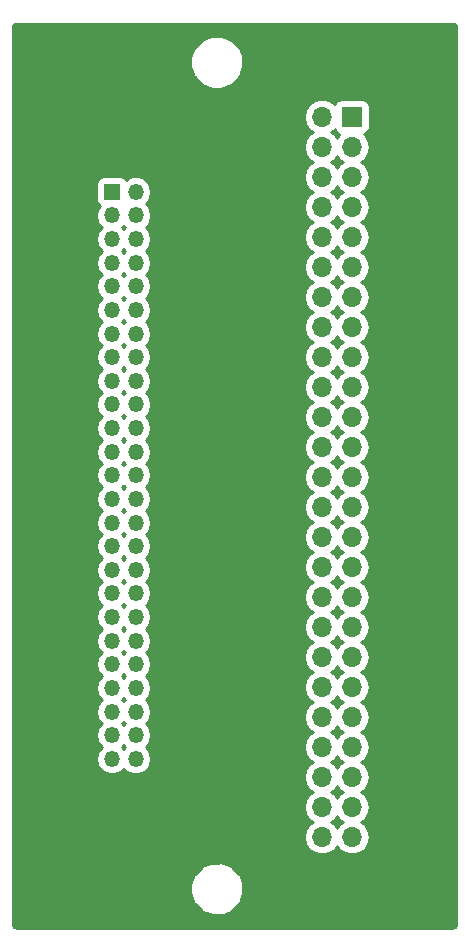
<source format=gbr>
G04 #@! TF.GenerationSoftware,KiCad,Pcbnew,(5.0.0)*
G04 #@! TF.CreationDate,2019-10-17T23:20:27+01:00*
G04 #@! TF.ProjectId,dataVideo_interface,64617461566964656F5F696E74657266,rev?*
G04 #@! TF.SameCoordinates,Original*
G04 #@! TF.FileFunction,Copper,L2,Bot,Signal*
G04 #@! TF.FilePolarity,Positive*
%FSLAX46Y46*%
G04 Gerber Fmt 4.6, Leading zero omitted, Abs format (unit mm)*
G04 Created by KiCad (PCBNEW (5.0.0)) date 10/17/19 23:20:27*
%MOMM*%
%LPD*%
G01*
G04 APERTURE LIST*
G04 #@! TA.AperFunction,ComponentPad*
%ADD10R,1.350000X1.350000*%
G04 #@! TD*
G04 #@! TA.AperFunction,ComponentPad*
%ADD11O,1.350000X1.350000*%
G04 #@! TD*
G04 #@! TA.AperFunction,ComponentPad*
%ADD12R,1.700000X1.700000*%
G04 #@! TD*
G04 #@! TA.AperFunction,ComponentPad*
%ADD13O,1.700000X1.700000*%
G04 #@! TD*
G04 #@! TA.AperFunction,NonConductor*
%ADD14C,0.254000*%
G04 #@! TD*
G04 APERTURE END LIST*
D10*
G04 #@! TO.P,J1,1*
G04 #@! TO.N,1*
X118110000Y-93980000D03*
D11*
G04 #@! TO.P,J1,2*
G04 #@! TO.N,2*
X120110000Y-93980000D03*
G04 #@! TO.P,J1,3*
G04 #@! TO.N,3*
X118110000Y-95980000D03*
G04 #@! TO.P,J1,4*
G04 #@! TO.N,4*
X120110000Y-95980000D03*
G04 #@! TO.P,J1,5*
G04 #@! TO.N,5*
X118110000Y-97980000D03*
G04 #@! TO.P,J1,6*
G04 #@! TO.N,6*
X120110000Y-97980000D03*
G04 #@! TO.P,J1,7*
G04 #@! TO.N,7*
X118110000Y-99980000D03*
G04 #@! TO.P,J1,8*
G04 #@! TO.N,8*
X120110000Y-99980000D03*
G04 #@! TO.P,J1,9*
G04 #@! TO.N,9*
X118110000Y-101980000D03*
G04 #@! TO.P,J1,10*
G04 #@! TO.N,10*
X120110000Y-101980000D03*
G04 #@! TO.P,J1,11*
G04 #@! TO.N,11*
X118110000Y-103980000D03*
G04 #@! TO.P,J1,12*
G04 #@! TO.N,12*
X120110000Y-103980000D03*
G04 #@! TO.P,J1,13*
G04 #@! TO.N,13*
X118110000Y-105980000D03*
G04 #@! TO.P,J1,14*
G04 #@! TO.N,14*
X120110000Y-105980000D03*
G04 #@! TO.P,J1,15*
G04 #@! TO.N,15*
X118110000Y-107980000D03*
G04 #@! TO.P,J1,16*
G04 #@! TO.N,16*
X120110000Y-107980000D03*
G04 #@! TO.P,J1,17*
G04 #@! TO.N,17*
X118110000Y-109980000D03*
G04 #@! TO.P,J1,18*
G04 #@! TO.N,18*
X120110000Y-109980000D03*
G04 #@! TO.P,J1,19*
G04 #@! TO.N,19*
X118110000Y-111980000D03*
G04 #@! TO.P,J1,20*
G04 #@! TO.N,20*
X120110000Y-111980000D03*
G04 #@! TO.P,J1,21*
G04 #@! TO.N,21*
X118110000Y-113980000D03*
G04 #@! TO.P,J1,22*
G04 #@! TO.N,22*
X120110000Y-113980000D03*
G04 #@! TO.P,J1,23*
G04 #@! TO.N,23*
X118110000Y-115980000D03*
G04 #@! TO.P,J1,24*
G04 #@! TO.N,24*
X120110000Y-115980000D03*
G04 #@! TO.P,J1,25*
G04 #@! TO.N,25*
X118110000Y-117980000D03*
G04 #@! TO.P,J1,26*
G04 #@! TO.N,26*
X120110000Y-117980000D03*
G04 #@! TO.P,J1,27*
G04 #@! TO.N,27*
X118110000Y-119980000D03*
G04 #@! TO.P,J1,28*
G04 #@! TO.N,28*
X120110000Y-119980000D03*
G04 #@! TO.P,J1,29*
G04 #@! TO.N,29*
X118110000Y-121980000D03*
G04 #@! TO.P,J1,30*
G04 #@! TO.N,30*
X120110000Y-121980000D03*
G04 #@! TO.P,J1,31*
G04 #@! TO.N,31*
X118110000Y-123980000D03*
G04 #@! TO.P,J1,32*
G04 #@! TO.N,32*
X120110000Y-123980000D03*
G04 #@! TO.P,J1,33*
G04 #@! TO.N,33*
X118110000Y-125980000D03*
G04 #@! TO.P,J1,34*
G04 #@! TO.N,34*
X120110000Y-125980000D03*
G04 #@! TO.P,J1,35*
G04 #@! TO.N,35*
X118110000Y-127980000D03*
G04 #@! TO.P,J1,36*
G04 #@! TO.N,36*
X120110000Y-127980000D03*
G04 #@! TO.P,J1,37*
G04 #@! TO.N,37*
X118110000Y-129980000D03*
G04 #@! TO.P,J1,38*
G04 #@! TO.N,38*
X120110000Y-129980000D03*
G04 #@! TO.P,J1,39*
G04 #@! TO.N,39*
X118110000Y-131980000D03*
G04 #@! TO.P,J1,40*
G04 #@! TO.N,40*
X120110000Y-131980000D03*
G04 #@! TO.P,J1,41*
G04 #@! TO.N,41*
X118110000Y-133980000D03*
G04 #@! TO.P,J1,42*
G04 #@! TO.N,42*
X120110000Y-133980000D03*
G04 #@! TO.P,J1,43*
G04 #@! TO.N,43*
X118110000Y-135980000D03*
G04 #@! TO.P,J1,44*
G04 #@! TO.N,44*
X120110000Y-135980000D03*
G04 #@! TO.P,J1,45*
G04 #@! TO.N,45*
X118110000Y-137980000D03*
G04 #@! TO.P,J1,46*
G04 #@! TO.N,46*
X120110000Y-137980000D03*
G04 #@! TO.P,J1,47*
G04 #@! TO.N,47*
X118110000Y-139980000D03*
G04 #@! TO.P,J1,48*
G04 #@! TO.N,48*
X120110000Y-139980000D03*
G04 #@! TO.P,J1,49*
G04 #@! TO.N,49*
X118110000Y-141980000D03*
G04 #@! TO.P,J1,50*
G04 #@! TO.N,50*
X120110000Y-141980000D03*
G04 #@! TD*
D12*
G04 #@! TO.P,J2,1*
G04 #@! TO.N,1*
X138430000Y-87630000D03*
D13*
G04 #@! TO.P,J2,2*
G04 #@! TO.N,2*
X135890000Y-87630000D03*
G04 #@! TO.P,J2,3*
G04 #@! TO.N,3*
X138430000Y-90170000D03*
G04 #@! TO.P,J2,4*
G04 #@! TO.N,4*
X135890000Y-90170000D03*
G04 #@! TO.P,J2,5*
G04 #@! TO.N,5*
X138430000Y-92710000D03*
G04 #@! TO.P,J2,6*
G04 #@! TO.N,6*
X135890000Y-92710000D03*
G04 #@! TO.P,J2,7*
G04 #@! TO.N,7*
X138430000Y-95250000D03*
G04 #@! TO.P,J2,8*
G04 #@! TO.N,8*
X135890000Y-95250000D03*
G04 #@! TO.P,J2,9*
G04 #@! TO.N,9*
X138430000Y-97790000D03*
G04 #@! TO.P,J2,10*
G04 #@! TO.N,10*
X135890000Y-97790000D03*
G04 #@! TO.P,J2,11*
G04 #@! TO.N,11*
X138430000Y-100330000D03*
G04 #@! TO.P,J2,12*
G04 #@! TO.N,12*
X135890000Y-100330000D03*
G04 #@! TO.P,J2,13*
G04 #@! TO.N,13*
X138430000Y-102870000D03*
G04 #@! TO.P,J2,14*
G04 #@! TO.N,14*
X135890000Y-102870000D03*
G04 #@! TO.P,J2,15*
G04 #@! TO.N,15*
X138430000Y-105410000D03*
G04 #@! TO.P,J2,16*
G04 #@! TO.N,16*
X135890000Y-105410000D03*
G04 #@! TO.P,J2,17*
G04 #@! TO.N,17*
X138430000Y-107950000D03*
G04 #@! TO.P,J2,18*
G04 #@! TO.N,18*
X135890000Y-107950000D03*
G04 #@! TO.P,J2,19*
G04 #@! TO.N,19*
X138430000Y-110490000D03*
G04 #@! TO.P,J2,20*
G04 #@! TO.N,20*
X135890000Y-110490000D03*
G04 #@! TO.P,J2,21*
G04 #@! TO.N,21*
X138430000Y-113030000D03*
G04 #@! TO.P,J2,22*
G04 #@! TO.N,22*
X135890000Y-113030000D03*
G04 #@! TO.P,J2,23*
G04 #@! TO.N,23*
X138430000Y-115570000D03*
G04 #@! TO.P,J2,24*
G04 #@! TO.N,24*
X135890000Y-115570000D03*
G04 #@! TO.P,J2,25*
G04 #@! TO.N,25*
X138430000Y-118110000D03*
G04 #@! TO.P,J2,26*
G04 #@! TO.N,26*
X135890000Y-118110000D03*
G04 #@! TO.P,J2,27*
G04 #@! TO.N,27*
X138430000Y-120650000D03*
G04 #@! TO.P,J2,28*
G04 #@! TO.N,28*
X135890000Y-120650000D03*
G04 #@! TO.P,J2,29*
G04 #@! TO.N,29*
X138430000Y-123190000D03*
G04 #@! TO.P,J2,30*
G04 #@! TO.N,30*
X135890000Y-123190000D03*
G04 #@! TO.P,J2,31*
G04 #@! TO.N,31*
X138430000Y-125730000D03*
G04 #@! TO.P,J2,32*
G04 #@! TO.N,32*
X135890000Y-125730000D03*
G04 #@! TO.P,J2,33*
G04 #@! TO.N,33*
X138430000Y-128270000D03*
G04 #@! TO.P,J2,34*
G04 #@! TO.N,34*
X135890000Y-128270000D03*
G04 #@! TO.P,J2,35*
G04 #@! TO.N,35*
X138430000Y-130810000D03*
G04 #@! TO.P,J2,36*
G04 #@! TO.N,36*
X135890000Y-130810000D03*
G04 #@! TO.P,J2,37*
G04 #@! TO.N,37*
X138430000Y-133350000D03*
G04 #@! TO.P,J2,38*
G04 #@! TO.N,38*
X135890000Y-133350000D03*
G04 #@! TO.P,J2,39*
G04 #@! TO.N,39*
X138430000Y-135890000D03*
G04 #@! TO.P,J2,40*
G04 #@! TO.N,40*
X135890000Y-135890000D03*
G04 #@! TO.P,J2,41*
G04 #@! TO.N,41*
X138430000Y-138430000D03*
G04 #@! TO.P,J2,42*
G04 #@! TO.N,42*
X135890000Y-138430000D03*
G04 #@! TO.P,J2,43*
G04 #@! TO.N,43*
X138430000Y-140970000D03*
G04 #@! TO.P,J2,44*
G04 #@! TO.N,44*
X135890000Y-140970000D03*
G04 #@! TO.P,J2,45*
G04 #@! TO.N,45*
X138430000Y-143510000D03*
G04 #@! TO.P,J2,46*
G04 #@! TO.N,46*
X135890000Y-143510000D03*
G04 #@! TO.P,J2,47*
G04 #@! TO.N,47*
X138430000Y-146050000D03*
G04 #@! TO.P,J2,48*
G04 #@! TO.N,48*
X135890000Y-146050000D03*
G04 #@! TO.P,J2,49*
G04 #@! TO.N,49*
X138430000Y-148590000D03*
G04 #@! TO.P,J2,50*
G04 #@! TO.N,50*
X135890000Y-148590000D03*
G04 #@! TD*
D14*
G36*
X147105655Y-79744926D02*
X147195225Y-79804774D01*
X147255074Y-79894345D01*
X147265000Y-79944246D01*
X147265001Y-156055749D01*
X147255074Y-156105655D01*
X147195225Y-156195226D01*
X147105655Y-156255074D01*
X146930070Y-156290000D01*
X110069930Y-156290000D01*
X109894345Y-156255074D01*
X109804774Y-156195225D01*
X109744926Y-156105655D01*
X109710000Y-155930070D01*
X109710000Y-152592346D01*
X124757974Y-152592346D01*
X124765000Y-153018390D01*
X124765000Y-153444569D01*
X124772320Y-153462240D01*
X124772635Y-153481363D01*
X125084640Y-154234610D01*
X125094347Y-154239682D01*
X125105259Y-154266026D01*
X125733974Y-154894741D01*
X125760318Y-154905653D01*
X125765390Y-154915360D01*
X126161708Y-155071914D01*
X126555431Y-155235000D01*
X126574560Y-155235000D01*
X126592346Y-155242026D01*
X127018390Y-155235000D01*
X127444569Y-155235000D01*
X127462240Y-155227680D01*
X127481363Y-155227365D01*
X128234610Y-154915360D01*
X128239682Y-154905653D01*
X128266026Y-154894741D01*
X128894741Y-154266026D01*
X128905653Y-154239682D01*
X128915360Y-154234610D01*
X129071914Y-153838292D01*
X129235000Y-153444569D01*
X129235000Y-153425440D01*
X129242026Y-153407654D01*
X129235000Y-152981610D01*
X129235000Y-152555431D01*
X129227680Y-152537760D01*
X129227365Y-152518637D01*
X128915360Y-151765390D01*
X128905653Y-151760318D01*
X128894741Y-151733974D01*
X128266026Y-151105259D01*
X128239682Y-151094347D01*
X128234610Y-151084640D01*
X127838292Y-150928086D01*
X127444569Y-150765000D01*
X127425440Y-150765000D01*
X127407654Y-150757974D01*
X126981610Y-150765000D01*
X126555431Y-150765000D01*
X126537760Y-150772320D01*
X126518637Y-150772635D01*
X125765390Y-151084640D01*
X125760318Y-151094347D01*
X125733974Y-151105259D01*
X125105259Y-151733974D01*
X125094347Y-151760318D01*
X125084640Y-151765390D01*
X124928086Y-152161708D01*
X124765000Y-152555431D01*
X124765000Y-152574560D01*
X124757974Y-152592346D01*
X109710000Y-152592346D01*
X109710000Y-95980000D01*
X116774336Y-95980000D01*
X116876007Y-96491136D01*
X117165543Y-96924457D01*
X117248669Y-96980000D01*
X117165543Y-97035543D01*
X116876007Y-97468864D01*
X116774336Y-97980000D01*
X116876007Y-98491136D01*
X117165543Y-98924457D01*
X117248669Y-98980000D01*
X117165543Y-99035543D01*
X116876007Y-99468864D01*
X116774336Y-99980000D01*
X116876007Y-100491136D01*
X117165543Y-100924457D01*
X117248669Y-100980000D01*
X117165543Y-101035543D01*
X116876007Y-101468864D01*
X116774336Y-101980000D01*
X116876007Y-102491136D01*
X117165543Y-102924457D01*
X117248669Y-102980000D01*
X117165543Y-103035543D01*
X116876007Y-103468864D01*
X116774336Y-103980000D01*
X116876007Y-104491136D01*
X117165543Y-104924457D01*
X117248669Y-104980000D01*
X117165543Y-105035543D01*
X116876007Y-105468864D01*
X116774336Y-105980000D01*
X116876007Y-106491136D01*
X117165543Y-106924457D01*
X117248669Y-106980000D01*
X117165543Y-107035543D01*
X116876007Y-107468864D01*
X116774336Y-107980000D01*
X116876007Y-108491136D01*
X117165543Y-108924457D01*
X117248669Y-108980000D01*
X117165543Y-109035543D01*
X116876007Y-109468864D01*
X116774336Y-109980000D01*
X116876007Y-110491136D01*
X117165543Y-110924457D01*
X117248669Y-110980000D01*
X117165543Y-111035543D01*
X116876007Y-111468864D01*
X116774336Y-111980000D01*
X116876007Y-112491136D01*
X117165543Y-112924457D01*
X117248669Y-112980000D01*
X117165543Y-113035543D01*
X116876007Y-113468864D01*
X116774336Y-113980000D01*
X116876007Y-114491136D01*
X117165543Y-114924457D01*
X117248669Y-114980000D01*
X117165543Y-115035543D01*
X116876007Y-115468864D01*
X116774336Y-115980000D01*
X116876007Y-116491136D01*
X117165543Y-116924457D01*
X117248669Y-116980000D01*
X117165543Y-117035543D01*
X116876007Y-117468864D01*
X116774336Y-117980000D01*
X116876007Y-118491136D01*
X117165543Y-118924457D01*
X117248669Y-118980000D01*
X117165543Y-119035543D01*
X116876007Y-119468864D01*
X116774336Y-119980000D01*
X116876007Y-120491136D01*
X117165543Y-120924457D01*
X117248669Y-120980000D01*
X117165543Y-121035543D01*
X116876007Y-121468864D01*
X116774336Y-121980000D01*
X116876007Y-122491136D01*
X117165543Y-122924457D01*
X117248669Y-122980000D01*
X117165543Y-123035543D01*
X116876007Y-123468864D01*
X116774336Y-123980000D01*
X116876007Y-124491136D01*
X117165543Y-124924457D01*
X117248669Y-124980000D01*
X117165543Y-125035543D01*
X116876007Y-125468864D01*
X116774336Y-125980000D01*
X116876007Y-126491136D01*
X117165543Y-126924457D01*
X117248669Y-126980000D01*
X117165543Y-127035543D01*
X116876007Y-127468864D01*
X116774336Y-127980000D01*
X116876007Y-128491136D01*
X117165543Y-128924457D01*
X117248669Y-128980000D01*
X117165543Y-129035543D01*
X116876007Y-129468864D01*
X116774336Y-129980000D01*
X116876007Y-130491136D01*
X117165543Y-130924457D01*
X117248669Y-130980000D01*
X117165543Y-131035543D01*
X116876007Y-131468864D01*
X116774336Y-131980000D01*
X116876007Y-132491136D01*
X117165543Y-132924457D01*
X117248669Y-132980000D01*
X117165543Y-133035543D01*
X116876007Y-133468864D01*
X116774336Y-133980000D01*
X116876007Y-134491136D01*
X117165543Y-134924457D01*
X117248669Y-134980000D01*
X117165543Y-135035543D01*
X116876007Y-135468864D01*
X116774336Y-135980000D01*
X116876007Y-136491136D01*
X117165543Y-136924457D01*
X117248669Y-136980000D01*
X117165543Y-137035543D01*
X116876007Y-137468864D01*
X116774336Y-137980000D01*
X116876007Y-138491136D01*
X117165543Y-138924457D01*
X117248669Y-138980000D01*
X117165543Y-139035543D01*
X116876007Y-139468864D01*
X116774336Y-139980000D01*
X116876007Y-140491136D01*
X117165543Y-140924457D01*
X117248669Y-140980000D01*
X117165543Y-141035543D01*
X116876007Y-141468864D01*
X116774336Y-141980000D01*
X116876007Y-142491136D01*
X117165543Y-142924457D01*
X117598864Y-143213993D01*
X117980978Y-143290000D01*
X118239022Y-143290000D01*
X118621136Y-143213993D01*
X119054457Y-142924457D01*
X119110000Y-142841331D01*
X119165543Y-142924457D01*
X119598864Y-143213993D01*
X119980978Y-143290000D01*
X120239022Y-143290000D01*
X120621136Y-143213993D01*
X121054457Y-142924457D01*
X121343993Y-142491136D01*
X121445664Y-141980000D01*
X121343993Y-141468864D01*
X121054457Y-141035543D01*
X120971331Y-140980000D01*
X121054457Y-140924457D01*
X121343993Y-140491136D01*
X121445664Y-139980000D01*
X121343993Y-139468864D01*
X121054457Y-139035543D01*
X120971331Y-138980000D01*
X121054457Y-138924457D01*
X121343993Y-138491136D01*
X121445664Y-137980000D01*
X121343993Y-137468864D01*
X121054457Y-137035543D01*
X120971331Y-136980000D01*
X121054457Y-136924457D01*
X121343993Y-136491136D01*
X121445664Y-135980000D01*
X121343993Y-135468864D01*
X121054457Y-135035543D01*
X120971331Y-134980000D01*
X121054457Y-134924457D01*
X121343993Y-134491136D01*
X121445664Y-133980000D01*
X121343993Y-133468864D01*
X121054457Y-133035543D01*
X120971331Y-132980000D01*
X121054457Y-132924457D01*
X121343993Y-132491136D01*
X121445664Y-131980000D01*
X121343993Y-131468864D01*
X121054457Y-131035543D01*
X120971331Y-130980000D01*
X121054457Y-130924457D01*
X121343993Y-130491136D01*
X121445664Y-129980000D01*
X121343993Y-129468864D01*
X121054457Y-129035543D01*
X120971331Y-128980000D01*
X121054457Y-128924457D01*
X121343993Y-128491136D01*
X121445664Y-127980000D01*
X121343993Y-127468864D01*
X121054457Y-127035543D01*
X120971331Y-126980000D01*
X121054457Y-126924457D01*
X121343993Y-126491136D01*
X121445664Y-125980000D01*
X121343993Y-125468864D01*
X121054457Y-125035543D01*
X120971331Y-124980000D01*
X121054457Y-124924457D01*
X121343993Y-124491136D01*
X121445664Y-123980000D01*
X121343993Y-123468864D01*
X121054457Y-123035543D01*
X120971331Y-122980000D01*
X121054457Y-122924457D01*
X121343993Y-122491136D01*
X121445664Y-121980000D01*
X121343993Y-121468864D01*
X121054457Y-121035543D01*
X120971331Y-120980000D01*
X121054457Y-120924457D01*
X121343993Y-120491136D01*
X121445664Y-119980000D01*
X121343993Y-119468864D01*
X121054457Y-119035543D01*
X120971331Y-118980000D01*
X121054457Y-118924457D01*
X121343993Y-118491136D01*
X121445664Y-117980000D01*
X121343993Y-117468864D01*
X121054457Y-117035543D01*
X120971331Y-116980000D01*
X121054457Y-116924457D01*
X121343993Y-116491136D01*
X121445664Y-115980000D01*
X121343993Y-115468864D01*
X121054457Y-115035543D01*
X120971331Y-114980000D01*
X121054457Y-114924457D01*
X121343993Y-114491136D01*
X121445664Y-113980000D01*
X121343993Y-113468864D01*
X121054457Y-113035543D01*
X120971331Y-112980000D01*
X121054457Y-112924457D01*
X121343993Y-112491136D01*
X121445664Y-111980000D01*
X121343993Y-111468864D01*
X121054457Y-111035543D01*
X120971331Y-110980000D01*
X121054457Y-110924457D01*
X121343993Y-110491136D01*
X121445664Y-109980000D01*
X121343993Y-109468864D01*
X121054457Y-109035543D01*
X120971331Y-108980000D01*
X121054457Y-108924457D01*
X121343993Y-108491136D01*
X121445664Y-107980000D01*
X121343993Y-107468864D01*
X121054457Y-107035543D01*
X120971331Y-106980000D01*
X121054457Y-106924457D01*
X121343993Y-106491136D01*
X121445664Y-105980000D01*
X121343993Y-105468864D01*
X121054457Y-105035543D01*
X120971331Y-104980000D01*
X121054457Y-104924457D01*
X121343993Y-104491136D01*
X121445664Y-103980000D01*
X121343993Y-103468864D01*
X121054457Y-103035543D01*
X120971331Y-102980000D01*
X121054457Y-102924457D01*
X121343993Y-102491136D01*
X121445664Y-101980000D01*
X121343993Y-101468864D01*
X121054457Y-101035543D01*
X120971331Y-100980000D01*
X121054457Y-100924457D01*
X121343993Y-100491136D01*
X121445664Y-99980000D01*
X121343993Y-99468864D01*
X121054457Y-99035543D01*
X120971331Y-98980000D01*
X121054457Y-98924457D01*
X121343993Y-98491136D01*
X121445664Y-97980000D01*
X121343993Y-97468864D01*
X121054457Y-97035543D01*
X120971331Y-96980000D01*
X121054457Y-96924457D01*
X121343993Y-96491136D01*
X121445664Y-95980000D01*
X121343993Y-95468864D01*
X121054457Y-95035543D01*
X120971331Y-94980000D01*
X121054457Y-94924457D01*
X121343993Y-94491136D01*
X121445664Y-93980000D01*
X121343993Y-93468864D01*
X121054457Y-93035543D01*
X120621136Y-92746007D01*
X120239022Y-92670000D01*
X119980978Y-92670000D01*
X119598864Y-92746007D01*
X119305968Y-92941714D01*
X119242809Y-92847191D01*
X119032765Y-92706843D01*
X118785000Y-92657560D01*
X117435000Y-92657560D01*
X117187235Y-92706843D01*
X116977191Y-92847191D01*
X116836843Y-93057235D01*
X116787560Y-93305000D01*
X116787560Y-94655000D01*
X116836843Y-94902765D01*
X116977191Y-95112809D01*
X117071714Y-95175968D01*
X116876007Y-95468864D01*
X116774336Y-95980000D01*
X109710000Y-95980000D01*
X109710000Y-87630000D01*
X134375908Y-87630000D01*
X134491161Y-88209418D01*
X134819375Y-88700625D01*
X135117761Y-88900000D01*
X134819375Y-89099375D01*
X134491161Y-89590582D01*
X134375908Y-90170000D01*
X134491161Y-90749418D01*
X134819375Y-91240625D01*
X135117761Y-91440000D01*
X134819375Y-91639375D01*
X134491161Y-92130582D01*
X134375908Y-92710000D01*
X134491161Y-93289418D01*
X134819375Y-93780625D01*
X135117761Y-93980000D01*
X134819375Y-94179375D01*
X134491161Y-94670582D01*
X134375908Y-95250000D01*
X134491161Y-95829418D01*
X134819375Y-96320625D01*
X135117761Y-96520000D01*
X134819375Y-96719375D01*
X134491161Y-97210582D01*
X134375908Y-97790000D01*
X134491161Y-98369418D01*
X134819375Y-98860625D01*
X135117761Y-99060000D01*
X134819375Y-99259375D01*
X134491161Y-99750582D01*
X134375908Y-100330000D01*
X134491161Y-100909418D01*
X134819375Y-101400625D01*
X135117761Y-101600000D01*
X134819375Y-101799375D01*
X134491161Y-102290582D01*
X134375908Y-102870000D01*
X134491161Y-103449418D01*
X134819375Y-103940625D01*
X135117761Y-104140000D01*
X134819375Y-104339375D01*
X134491161Y-104830582D01*
X134375908Y-105410000D01*
X134491161Y-105989418D01*
X134819375Y-106480625D01*
X135117761Y-106680000D01*
X134819375Y-106879375D01*
X134491161Y-107370582D01*
X134375908Y-107950000D01*
X134491161Y-108529418D01*
X134819375Y-109020625D01*
X135117761Y-109220000D01*
X134819375Y-109419375D01*
X134491161Y-109910582D01*
X134375908Y-110490000D01*
X134491161Y-111069418D01*
X134819375Y-111560625D01*
X135117761Y-111760000D01*
X134819375Y-111959375D01*
X134491161Y-112450582D01*
X134375908Y-113030000D01*
X134491161Y-113609418D01*
X134819375Y-114100625D01*
X135117761Y-114300000D01*
X134819375Y-114499375D01*
X134491161Y-114990582D01*
X134375908Y-115570000D01*
X134491161Y-116149418D01*
X134819375Y-116640625D01*
X135117761Y-116840000D01*
X134819375Y-117039375D01*
X134491161Y-117530582D01*
X134375908Y-118110000D01*
X134491161Y-118689418D01*
X134819375Y-119180625D01*
X135117761Y-119380000D01*
X134819375Y-119579375D01*
X134491161Y-120070582D01*
X134375908Y-120650000D01*
X134491161Y-121229418D01*
X134819375Y-121720625D01*
X135117761Y-121920000D01*
X134819375Y-122119375D01*
X134491161Y-122610582D01*
X134375908Y-123190000D01*
X134491161Y-123769418D01*
X134819375Y-124260625D01*
X135117761Y-124460000D01*
X134819375Y-124659375D01*
X134491161Y-125150582D01*
X134375908Y-125730000D01*
X134491161Y-126309418D01*
X134819375Y-126800625D01*
X135117761Y-127000000D01*
X134819375Y-127199375D01*
X134491161Y-127690582D01*
X134375908Y-128270000D01*
X134491161Y-128849418D01*
X134819375Y-129340625D01*
X135117761Y-129540000D01*
X134819375Y-129739375D01*
X134491161Y-130230582D01*
X134375908Y-130810000D01*
X134491161Y-131389418D01*
X134819375Y-131880625D01*
X135117761Y-132080000D01*
X134819375Y-132279375D01*
X134491161Y-132770582D01*
X134375908Y-133350000D01*
X134491161Y-133929418D01*
X134819375Y-134420625D01*
X135117761Y-134620000D01*
X134819375Y-134819375D01*
X134491161Y-135310582D01*
X134375908Y-135890000D01*
X134491161Y-136469418D01*
X134819375Y-136960625D01*
X135117761Y-137160000D01*
X134819375Y-137359375D01*
X134491161Y-137850582D01*
X134375908Y-138430000D01*
X134491161Y-139009418D01*
X134819375Y-139500625D01*
X135117761Y-139700000D01*
X134819375Y-139899375D01*
X134491161Y-140390582D01*
X134375908Y-140970000D01*
X134491161Y-141549418D01*
X134819375Y-142040625D01*
X135117761Y-142240000D01*
X134819375Y-142439375D01*
X134491161Y-142930582D01*
X134375908Y-143510000D01*
X134491161Y-144089418D01*
X134819375Y-144580625D01*
X135117761Y-144780000D01*
X134819375Y-144979375D01*
X134491161Y-145470582D01*
X134375908Y-146050000D01*
X134491161Y-146629418D01*
X134819375Y-147120625D01*
X135117761Y-147320000D01*
X134819375Y-147519375D01*
X134491161Y-148010582D01*
X134375908Y-148590000D01*
X134491161Y-149169418D01*
X134819375Y-149660625D01*
X135310582Y-149988839D01*
X135743744Y-150075000D01*
X136036256Y-150075000D01*
X136469418Y-149988839D01*
X136960625Y-149660625D01*
X137160000Y-149362239D01*
X137359375Y-149660625D01*
X137850582Y-149988839D01*
X138283744Y-150075000D01*
X138576256Y-150075000D01*
X139009418Y-149988839D01*
X139500625Y-149660625D01*
X139828839Y-149169418D01*
X139944092Y-148590000D01*
X139828839Y-148010582D01*
X139500625Y-147519375D01*
X139202239Y-147320000D01*
X139500625Y-147120625D01*
X139828839Y-146629418D01*
X139944092Y-146050000D01*
X139828839Y-145470582D01*
X139500625Y-144979375D01*
X139202239Y-144780000D01*
X139500625Y-144580625D01*
X139828839Y-144089418D01*
X139944092Y-143510000D01*
X139828839Y-142930582D01*
X139500625Y-142439375D01*
X139202239Y-142240000D01*
X139500625Y-142040625D01*
X139828839Y-141549418D01*
X139944092Y-140970000D01*
X139828839Y-140390582D01*
X139500625Y-139899375D01*
X139202239Y-139700000D01*
X139500625Y-139500625D01*
X139828839Y-139009418D01*
X139944092Y-138430000D01*
X139828839Y-137850582D01*
X139500625Y-137359375D01*
X139202239Y-137160000D01*
X139500625Y-136960625D01*
X139828839Y-136469418D01*
X139944092Y-135890000D01*
X139828839Y-135310582D01*
X139500625Y-134819375D01*
X139202239Y-134620000D01*
X139500625Y-134420625D01*
X139828839Y-133929418D01*
X139944092Y-133350000D01*
X139828839Y-132770582D01*
X139500625Y-132279375D01*
X139202239Y-132080000D01*
X139500625Y-131880625D01*
X139828839Y-131389418D01*
X139944092Y-130810000D01*
X139828839Y-130230582D01*
X139500625Y-129739375D01*
X139202239Y-129540000D01*
X139500625Y-129340625D01*
X139828839Y-128849418D01*
X139944092Y-128270000D01*
X139828839Y-127690582D01*
X139500625Y-127199375D01*
X139202239Y-127000000D01*
X139500625Y-126800625D01*
X139828839Y-126309418D01*
X139944092Y-125730000D01*
X139828839Y-125150582D01*
X139500625Y-124659375D01*
X139202239Y-124460000D01*
X139500625Y-124260625D01*
X139828839Y-123769418D01*
X139944092Y-123190000D01*
X139828839Y-122610582D01*
X139500625Y-122119375D01*
X139202239Y-121920000D01*
X139500625Y-121720625D01*
X139828839Y-121229418D01*
X139944092Y-120650000D01*
X139828839Y-120070582D01*
X139500625Y-119579375D01*
X139202239Y-119380000D01*
X139500625Y-119180625D01*
X139828839Y-118689418D01*
X139944092Y-118110000D01*
X139828839Y-117530582D01*
X139500625Y-117039375D01*
X139202239Y-116840000D01*
X139500625Y-116640625D01*
X139828839Y-116149418D01*
X139944092Y-115570000D01*
X139828839Y-114990582D01*
X139500625Y-114499375D01*
X139202239Y-114300000D01*
X139500625Y-114100625D01*
X139828839Y-113609418D01*
X139944092Y-113030000D01*
X139828839Y-112450582D01*
X139500625Y-111959375D01*
X139202239Y-111760000D01*
X139500625Y-111560625D01*
X139828839Y-111069418D01*
X139944092Y-110490000D01*
X139828839Y-109910582D01*
X139500625Y-109419375D01*
X139202239Y-109220000D01*
X139500625Y-109020625D01*
X139828839Y-108529418D01*
X139944092Y-107950000D01*
X139828839Y-107370582D01*
X139500625Y-106879375D01*
X139202239Y-106680000D01*
X139500625Y-106480625D01*
X139828839Y-105989418D01*
X139944092Y-105410000D01*
X139828839Y-104830582D01*
X139500625Y-104339375D01*
X139202239Y-104140000D01*
X139500625Y-103940625D01*
X139828839Y-103449418D01*
X139944092Y-102870000D01*
X139828839Y-102290582D01*
X139500625Y-101799375D01*
X139202239Y-101600000D01*
X139500625Y-101400625D01*
X139828839Y-100909418D01*
X139944092Y-100330000D01*
X139828839Y-99750582D01*
X139500625Y-99259375D01*
X139202239Y-99060000D01*
X139500625Y-98860625D01*
X139828839Y-98369418D01*
X139944092Y-97790000D01*
X139828839Y-97210582D01*
X139500625Y-96719375D01*
X139202239Y-96520000D01*
X139500625Y-96320625D01*
X139828839Y-95829418D01*
X139944092Y-95250000D01*
X139828839Y-94670582D01*
X139500625Y-94179375D01*
X139202239Y-93980000D01*
X139500625Y-93780625D01*
X139828839Y-93289418D01*
X139944092Y-92710000D01*
X139828839Y-92130582D01*
X139500625Y-91639375D01*
X139202239Y-91440000D01*
X139500625Y-91240625D01*
X139828839Y-90749418D01*
X139944092Y-90170000D01*
X139828839Y-89590582D01*
X139500625Y-89099375D01*
X139482381Y-89087184D01*
X139527765Y-89078157D01*
X139737809Y-88937809D01*
X139878157Y-88727765D01*
X139927440Y-88480000D01*
X139927440Y-86780000D01*
X139878157Y-86532235D01*
X139737809Y-86322191D01*
X139527765Y-86181843D01*
X139280000Y-86132560D01*
X137580000Y-86132560D01*
X137332235Y-86181843D01*
X137122191Y-86322191D01*
X136981843Y-86532235D01*
X136972816Y-86577619D01*
X136960625Y-86559375D01*
X136469418Y-86231161D01*
X136036256Y-86145000D01*
X135743744Y-86145000D01*
X135310582Y-86231161D01*
X134819375Y-86559375D01*
X134491161Y-87050582D01*
X134375908Y-87630000D01*
X109710000Y-87630000D01*
X109710000Y-82592346D01*
X124757974Y-82592346D01*
X124765000Y-83018390D01*
X124765000Y-83444569D01*
X124772320Y-83462240D01*
X124772635Y-83481363D01*
X125084640Y-84234610D01*
X125094347Y-84239682D01*
X125105259Y-84266026D01*
X125733974Y-84894741D01*
X125760318Y-84905653D01*
X125765390Y-84915360D01*
X126161708Y-85071914D01*
X126555431Y-85235000D01*
X126574560Y-85235000D01*
X126592346Y-85242026D01*
X127018390Y-85235000D01*
X127444569Y-85235000D01*
X127462240Y-85227680D01*
X127481363Y-85227365D01*
X128234610Y-84915360D01*
X128239682Y-84905653D01*
X128266026Y-84894741D01*
X128894741Y-84266026D01*
X128905653Y-84239682D01*
X128915360Y-84234610D01*
X129071914Y-83838292D01*
X129235000Y-83444569D01*
X129235000Y-83425440D01*
X129242026Y-83407654D01*
X129235000Y-82981610D01*
X129235000Y-82555431D01*
X129227680Y-82537760D01*
X129227365Y-82518637D01*
X128915360Y-81765390D01*
X128905653Y-81760318D01*
X128894741Y-81733974D01*
X128266026Y-81105259D01*
X128239682Y-81094347D01*
X128234610Y-81084640D01*
X127838292Y-80928086D01*
X127444569Y-80765000D01*
X127425440Y-80765000D01*
X127407654Y-80757974D01*
X126981610Y-80765000D01*
X126555431Y-80765000D01*
X126537760Y-80772320D01*
X126518637Y-80772635D01*
X125765390Y-81084640D01*
X125760318Y-81094347D01*
X125733974Y-81105259D01*
X125105259Y-81733974D01*
X125094347Y-81760318D01*
X125084640Y-81765390D01*
X124928086Y-82161708D01*
X124765000Y-82555431D01*
X124765000Y-82574560D01*
X124757974Y-82592346D01*
X109710000Y-82592346D01*
X109710000Y-80069930D01*
X109744926Y-79894345D01*
X109804774Y-79804775D01*
X109894345Y-79744926D01*
X109944246Y-79735000D01*
X147055754Y-79735000D01*
X147105655Y-79744926D01*
X147105655Y-79744926D01*
G37*
X147105655Y-79744926D02*
X147195225Y-79804774D01*
X147255074Y-79894345D01*
X147265000Y-79944246D01*
X147265001Y-156055749D01*
X147255074Y-156105655D01*
X147195225Y-156195226D01*
X147105655Y-156255074D01*
X146930070Y-156290000D01*
X110069930Y-156290000D01*
X109894345Y-156255074D01*
X109804774Y-156195225D01*
X109744926Y-156105655D01*
X109710000Y-155930070D01*
X109710000Y-152592346D01*
X124757974Y-152592346D01*
X124765000Y-153018390D01*
X124765000Y-153444569D01*
X124772320Y-153462240D01*
X124772635Y-153481363D01*
X125084640Y-154234610D01*
X125094347Y-154239682D01*
X125105259Y-154266026D01*
X125733974Y-154894741D01*
X125760318Y-154905653D01*
X125765390Y-154915360D01*
X126161708Y-155071914D01*
X126555431Y-155235000D01*
X126574560Y-155235000D01*
X126592346Y-155242026D01*
X127018390Y-155235000D01*
X127444569Y-155235000D01*
X127462240Y-155227680D01*
X127481363Y-155227365D01*
X128234610Y-154915360D01*
X128239682Y-154905653D01*
X128266026Y-154894741D01*
X128894741Y-154266026D01*
X128905653Y-154239682D01*
X128915360Y-154234610D01*
X129071914Y-153838292D01*
X129235000Y-153444569D01*
X129235000Y-153425440D01*
X129242026Y-153407654D01*
X129235000Y-152981610D01*
X129235000Y-152555431D01*
X129227680Y-152537760D01*
X129227365Y-152518637D01*
X128915360Y-151765390D01*
X128905653Y-151760318D01*
X128894741Y-151733974D01*
X128266026Y-151105259D01*
X128239682Y-151094347D01*
X128234610Y-151084640D01*
X127838292Y-150928086D01*
X127444569Y-150765000D01*
X127425440Y-150765000D01*
X127407654Y-150757974D01*
X126981610Y-150765000D01*
X126555431Y-150765000D01*
X126537760Y-150772320D01*
X126518637Y-150772635D01*
X125765390Y-151084640D01*
X125760318Y-151094347D01*
X125733974Y-151105259D01*
X125105259Y-151733974D01*
X125094347Y-151760318D01*
X125084640Y-151765390D01*
X124928086Y-152161708D01*
X124765000Y-152555431D01*
X124765000Y-152574560D01*
X124757974Y-152592346D01*
X109710000Y-152592346D01*
X109710000Y-95980000D01*
X116774336Y-95980000D01*
X116876007Y-96491136D01*
X117165543Y-96924457D01*
X117248669Y-96980000D01*
X117165543Y-97035543D01*
X116876007Y-97468864D01*
X116774336Y-97980000D01*
X116876007Y-98491136D01*
X117165543Y-98924457D01*
X117248669Y-98980000D01*
X117165543Y-99035543D01*
X116876007Y-99468864D01*
X116774336Y-99980000D01*
X116876007Y-100491136D01*
X117165543Y-100924457D01*
X117248669Y-100980000D01*
X117165543Y-101035543D01*
X116876007Y-101468864D01*
X116774336Y-101980000D01*
X116876007Y-102491136D01*
X117165543Y-102924457D01*
X117248669Y-102980000D01*
X117165543Y-103035543D01*
X116876007Y-103468864D01*
X116774336Y-103980000D01*
X116876007Y-104491136D01*
X117165543Y-104924457D01*
X117248669Y-104980000D01*
X117165543Y-105035543D01*
X116876007Y-105468864D01*
X116774336Y-105980000D01*
X116876007Y-106491136D01*
X117165543Y-106924457D01*
X117248669Y-106980000D01*
X117165543Y-107035543D01*
X116876007Y-107468864D01*
X116774336Y-107980000D01*
X116876007Y-108491136D01*
X117165543Y-108924457D01*
X117248669Y-108980000D01*
X117165543Y-109035543D01*
X116876007Y-109468864D01*
X116774336Y-109980000D01*
X116876007Y-110491136D01*
X117165543Y-110924457D01*
X117248669Y-110980000D01*
X117165543Y-111035543D01*
X116876007Y-111468864D01*
X116774336Y-111980000D01*
X116876007Y-112491136D01*
X117165543Y-112924457D01*
X117248669Y-112980000D01*
X117165543Y-113035543D01*
X116876007Y-113468864D01*
X116774336Y-113980000D01*
X116876007Y-114491136D01*
X117165543Y-114924457D01*
X117248669Y-114980000D01*
X117165543Y-115035543D01*
X116876007Y-115468864D01*
X116774336Y-115980000D01*
X116876007Y-116491136D01*
X117165543Y-116924457D01*
X117248669Y-116980000D01*
X117165543Y-117035543D01*
X116876007Y-117468864D01*
X116774336Y-117980000D01*
X116876007Y-118491136D01*
X117165543Y-118924457D01*
X117248669Y-118980000D01*
X117165543Y-119035543D01*
X116876007Y-119468864D01*
X116774336Y-119980000D01*
X116876007Y-120491136D01*
X117165543Y-120924457D01*
X117248669Y-120980000D01*
X117165543Y-121035543D01*
X116876007Y-121468864D01*
X116774336Y-121980000D01*
X116876007Y-122491136D01*
X117165543Y-122924457D01*
X117248669Y-122980000D01*
X117165543Y-123035543D01*
X116876007Y-123468864D01*
X116774336Y-123980000D01*
X116876007Y-124491136D01*
X117165543Y-124924457D01*
X117248669Y-124980000D01*
X117165543Y-125035543D01*
X116876007Y-125468864D01*
X116774336Y-125980000D01*
X116876007Y-126491136D01*
X117165543Y-126924457D01*
X117248669Y-126980000D01*
X117165543Y-127035543D01*
X116876007Y-127468864D01*
X116774336Y-127980000D01*
X116876007Y-128491136D01*
X117165543Y-128924457D01*
X117248669Y-128980000D01*
X117165543Y-129035543D01*
X116876007Y-129468864D01*
X116774336Y-129980000D01*
X116876007Y-130491136D01*
X117165543Y-130924457D01*
X117248669Y-130980000D01*
X117165543Y-131035543D01*
X116876007Y-131468864D01*
X116774336Y-131980000D01*
X116876007Y-132491136D01*
X117165543Y-132924457D01*
X117248669Y-132980000D01*
X117165543Y-133035543D01*
X116876007Y-133468864D01*
X116774336Y-133980000D01*
X116876007Y-134491136D01*
X117165543Y-134924457D01*
X117248669Y-134980000D01*
X117165543Y-135035543D01*
X116876007Y-135468864D01*
X116774336Y-135980000D01*
X116876007Y-136491136D01*
X117165543Y-136924457D01*
X117248669Y-136980000D01*
X117165543Y-137035543D01*
X116876007Y-137468864D01*
X116774336Y-137980000D01*
X116876007Y-138491136D01*
X117165543Y-138924457D01*
X117248669Y-138980000D01*
X117165543Y-139035543D01*
X116876007Y-139468864D01*
X116774336Y-139980000D01*
X116876007Y-140491136D01*
X117165543Y-140924457D01*
X117248669Y-140980000D01*
X117165543Y-141035543D01*
X116876007Y-141468864D01*
X116774336Y-141980000D01*
X116876007Y-142491136D01*
X117165543Y-142924457D01*
X117598864Y-143213993D01*
X117980978Y-143290000D01*
X118239022Y-143290000D01*
X118621136Y-143213993D01*
X119054457Y-142924457D01*
X119110000Y-142841331D01*
X119165543Y-142924457D01*
X119598864Y-143213993D01*
X119980978Y-143290000D01*
X120239022Y-143290000D01*
X120621136Y-143213993D01*
X121054457Y-142924457D01*
X121343993Y-142491136D01*
X121445664Y-141980000D01*
X121343993Y-141468864D01*
X121054457Y-141035543D01*
X120971331Y-140980000D01*
X121054457Y-140924457D01*
X121343993Y-140491136D01*
X121445664Y-139980000D01*
X121343993Y-139468864D01*
X121054457Y-139035543D01*
X120971331Y-138980000D01*
X121054457Y-138924457D01*
X121343993Y-138491136D01*
X121445664Y-137980000D01*
X121343993Y-137468864D01*
X121054457Y-137035543D01*
X120971331Y-136980000D01*
X121054457Y-136924457D01*
X121343993Y-136491136D01*
X121445664Y-135980000D01*
X121343993Y-135468864D01*
X121054457Y-135035543D01*
X120971331Y-134980000D01*
X121054457Y-134924457D01*
X121343993Y-134491136D01*
X121445664Y-133980000D01*
X121343993Y-133468864D01*
X121054457Y-133035543D01*
X120971331Y-132980000D01*
X121054457Y-132924457D01*
X121343993Y-132491136D01*
X121445664Y-131980000D01*
X121343993Y-131468864D01*
X121054457Y-131035543D01*
X120971331Y-130980000D01*
X121054457Y-130924457D01*
X121343993Y-130491136D01*
X121445664Y-129980000D01*
X121343993Y-129468864D01*
X121054457Y-129035543D01*
X120971331Y-128980000D01*
X121054457Y-128924457D01*
X121343993Y-128491136D01*
X121445664Y-127980000D01*
X121343993Y-127468864D01*
X121054457Y-127035543D01*
X120971331Y-126980000D01*
X121054457Y-126924457D01*
X121343993Y-126491136D01*
X121445664Y-125980000D01*
X121343993Y-125468864D01*
X121054457Y-125035543D01*
X120971331Y-124980000D01*
X121054457Y-124924457D01*
X121343993Y-124491136D01*
X121445664Y-123980000D01*
X121343993Y-123468864D01*
X121054457Y-123035543D01*
X120971331Y-122980000D01*
X121054457Y-122924457D01*
X121343993Y-122491136D01*
X121445664Y-121980000D01*
X121343993Y-121468864D01*
X121054457Y-121035543D01*
X120971331Y-120980000D01*
X121054457Y-120924457D01*
X121343993Y-120491136D01*
X121445664Y-119980000D01*
X121343993Y-119468864D01*
X121054457Y-119035543D01*
X120971331Y-118980000D01*
X121054457Y-118924457D01*
X121343993Y-118491136D01*
X121445664Y-117980000D01*
X121343993Y-117468864D01*
X121054457Y-117035543D01*
X120971331Y-116980000D01*
X121054457Y-116924457D01*
X121343993Y-116491136D01*
X121445664Y-115980000D01*
X121343993Y-115468864D01*
X121054457Y-115035543D01*
X120971331Y-114980000D01*
X121054457Y-114924457D01*
X121343993Y-114491136D01*
X121445664Y-113980000D01*
X121343993Y-113468864D01*
X121054457Y-113035543D01*
X120971331Y-112980000D01*
X121054457Y-112924457D01*
X121343993Y-112491136D01*
X121445664Y-111980000D01*
X121343993Y-111468864D01*
X121054457Y-111035543D01*
X120971331Y-110980000D01*
X121054457Y-110924457D01*
X121343993Y-110491136D01*
X121445664Y-109980000D01*
X121343993Y-109468864D01*
X121054457Y-109035543D01*
X120971331Y-108980000D01*
X121054457Y-108924457D01*
X121343993Y-108491136D01*
X121445664Y-107980000D01*
X121343993Y-107468864D01*
X121054457Y-107035543D01*
X120971331Y-106980000D01*
X121054457Y-106924457D01*
X121343993Y-106491136D01*
X121445664Y-105980000D01*
X121343993Y-105468864D01*
X121054457Y-105035543D01*
X120971331Y-104980000D01*
X121054457Y-104924457D01*
X121343993Y-104491136D01*
X121445664Y-103980000D01*
X121343993Y-103468864D01*
X121054457Y-103035543D01*
X120971331Y-102980000D01*
X121054457Y-102924457D01*
X121343993Y-102491136D01*
X121445664Y-101980000D01*
X121343993Y-101468864D01*
X121054457Y-101035543D01*
X120971331Y-100980000D01*
X121054457Y-100924457D01*
X121343993Y-100491136D01*
X121445664Y-99980000D01*
X121343993Y-99468864D01*
X121054457Y-99035543D01*
X120971331Y-98980000D01*
X121054457Y-98924457D01*
X121343993Y-98491136D01*
X121445664Y-97980000D01*
X121343993Y-97468864D01*
X121054457Y-97035543D01*
X120971331Y-96980000D01*
X121054457Y-96924457D01*
X121343993Y-96491136D01*
X121445664Y-95980000D01*
X121343993Y-95468864D01*
X121054457Y-95035543D01*
X120971331Y-94980000D01*
X121054457Y-94924457D01*
X121343993Y-94491136D01*
X121445664Y-93980000D01*
X121343993Y-93468864D01*
X121054457Y-93035543D01*
X120621136Y-92746007D01*
X120239022Y-92670000D01*
X119980978Y-92670000D01*
X119598864Y-92746007D01*
X119305968Y-92941714D01*
X119242809Y-92847191D01*
X119032765Y-92706843D01*
X118785000Y-92657560D01*
X117435000Y-92657560D01*
X117187235Y-92706843D01*
X116977191Y-92847191D01*
X116836843Y-93057235D01*
X116787560Y-93305000D01*
X116787560Y-94655000D01*
X116836843Y-94902765D01*
X116977191Y-95112809D01*
X117071714Y-95175968D01*
X116876007Y-95468864D01*
X116774336Y-95980000D01*
X109710000Y-95980000D01*
X109710000Y-87630000D01*
X134375908Y-87630000D01*
X134491161Y-88209418D01*
X134819375Y-88700625D01*
X135117761Y-88900000D01*
X134819375Y-89099375D01*
X134491161Y-89590582D01*
X134375908Y-90170000D01*
X134491161Y-90749418D01*
X134819375Y-91240625D01*
X135117761Y-91440000D01*
X134819375Y-91639375D01*
X134491161Y-92130582D01*
X134375908Y-92710000D01*
X134491161Y-93289418D01*
X134819375Y-93780625D01*
X135117761Y-93980000D01*
X134819375Y-94179375D01*
X134491161Y-94670582D01*
X134375908Y-95250000D01*
X134491161Y-95829418D01*
X134819375Y-96320625D01*
X135117761Y-96520000D01*
X134819375Y-96719375D01*
X134491161Y-97210582D01*
X134375908Y-97790000D01*
X134491161Y-98369418D01*
X134819375Y-98860625D01*
X135117761Y-99060000D01*
X134819375Y-99259375D01*
X134491161Y-99750582D01*
X134375908Y-100330000D01*
X134491161Y-100909418D01*
X134819375Y-101400625D01*
X135117761Y-101600000D01*
X134819375Y-101799375D01*
X134491161Y-102290582D01*
X134375908Y-102870000D01*
X134491161Y-103449418D01*
X134819375Y-103940625D01*
X135117761Y-104140000D01*
X134819375Y-104339375D01*
X134491161Y-104830582D01*
X134375908Y-105410000D01*
X134491161Y-105989418D01*
X134819375Y-106480625D01*
X135117761Y-106680000D01*
X134819375Y-106879375D01*
X134491161Y-107370582D01*
X134375908Y-107950000D01*
X134491161Y-108529418D01*
X134819375Y-109020625D01*
X135117761Y-109220000D01*
X134819375Y-109419375D01*
X134491161Y-109910582D01*
X134375908Y-110490000D01*
X134491161Y-111069418D01*
X134819375Y-111560625D01*
X135117761Y-111760000D01*
X134819375Y-111959375D01*
X134491161Y-112450582D01*
X134375908Y-113030000D01*
X134491161Y-113609418D01*
X134819375Y-114100625D01*
X135117761Y-114300000D01*
X134819375Y-114499375D01*
X134491161Y-114990582D01*
X134375908Y-115570000D01*
X134491161Y-116149418D01*
X134819375Y-116640625D01*
X135117761Y-116840000D01*
X134819375Y-117039375D01*
X134491161Y-117530582D01*
X134375908Y-118110000D01*
X134491161Y-118689418D01*
X134819375Y-119180625D01*
X135117761Y-119380000D01*
X134819375Y-119579375D01*
X134491161Y-120070582D01*
X134375908Y-120650000D01*
X134491161Y-121229418D01*
X134819375Y-121720625D01*
X135117761Y-121920000D01*
X134819375Y-122119375D01*
X134491161Y-122610582D01*
X134375908Y-123190000D01*
X134491161Y-123769418D01*
X134819375Y-124260625D01*
X135117761Y-124460000D01*
X134819375Y-124659375D01*
X134491161Y-125150582D01*
X134375908Y-125730000D01*
X134491161Y-126309418D01*
X134819375Y-126800625D01*
X135117761Y-127000000D01*
X134819375Y-127199375D01*
X134491161Y-127690582D01*
X134375908Y-128270000D01*
X134491161Y-128849418D01*
X134819375Y-129340625D01*
X135117761Y-129540000D01*
X134819375Y-129739375D01*
X134491161Y-130230582D01*
X134375908Y-130810000D01*
X134491161Y-131389418D01*
X134819375Y-131880625D01*
X135117761Y-132080000D01*
X134819375Y-132279375D01*
X134491161Y-132770582D01*
X134375908Y-133350000D01*
X134491161Y-133929418D01*
X134819375Y-134420625D01*
X135117761Y-134620000D01*
X134819375Y-134819375D01*
X134491161Y-135310582D01*
X134375908Y-135890000D01*
X134491161Y-136469418D01*
X134819375Y-136960625D01*
X135117761Y-137160000D01*
X134819375Y-137359375D01*
X134491161Y-137850582D01*
X134375908Y-138430000D01*
X134491161Y-139009418D01*
X134819375Y-139500625D01*
X135117761Y-139700000D01*
X134819375Y-139899375D01*
X134491161Y-140390582D01*
X134375908Y-140970000D01*
X134491161Y-141549418D01*
X134819375Y-142040625D01*
X135117761Y-142240000D01*
X134819375Y-142439375D01*
X134491161Y-142930582D01*
X134375908Y-143510000D01*
X134491161Y-144089418D01*
X134819375Y-144580625D01*
X135117761Y-144780000D01*
X134819375Y-144979375D01*
X134491161Y-145470582D01*
X134375908Y-146050000D01*
X134491161Y-146629418D01*
X134819375Y-147120625D01*
X135117761Y-147320000D01*
X134819375Y-147519375D01*
X134491161Y-148010582D01*
X134375908Y-148590000D01*
X134491161Y-149169418D01*
X134819375Y-149660625D01*
X135310582Y-149988839D01*
X135743744Y-150075000D01*
X136036256Y-150075000D01*
X136469418Y-149988839D01*
X136960625Y-149660625D01*
X137160000Y-149362239D01*
X137359375Y-149660625D01*
X137850582Y-149988839D01*
X138283744Y-150075000D01*
X138576256Y-150075000D01*
X139009418Y-149988839D01*
X139500625Y-149660625D01*
X139828839Y-149169418D01*
X139944092Y-148590000D01*
X139828839Y-148010582D01*
X139500625Y-147519375D01*
X139202239Y-147320000D01*
X139500625Y-147120625D01*
X139828839Y-146629418D01*
X139944092Y-146050000D01*
X139828839Y-145470582D01*
X139500625Y-144979375D01*
X139202239Y-144780000D01*
X139500625Y-144580625D01*
X139828839Y-144089418D01*
X139944092Y-143510000D01*
X139828839Y-142930582D01*
X139500625Y-142439375D01*
X139202239Y-142240000D01*
X139500625Y-142040625D01*
X139828839Y-141549418D01*
X139944092Y-140970000D01*
X139828839Y-140390582D01*
X139500625Y-139899375D01*
X139202239Y-139700000D01*
X139500625Y-139500625D01*
X139828839Y-139009418D01*
X139944092Y-138430000D01*
X139828839Y-137850582D01*
X139500625Y-137359375D01*
X139202239Y-137160000D01*
X139500625Y-136960625D01*
X139828839Y-136469418D01*
X139944092Y-135890000D01*
X139828839Y-135310582D01*
X139500625Y-134819375D01*
X139202239Y-134620000D01*
X139500625Y-134420625D01*
X139828839Y-133929418D01*
X139944092Y-133350000D01*
X139828839Y-132770582D01*
X139500625Y-132279375D01*
X139202239Y-132080000D01*
X139500625Y-131880625D01*
X139828839Y-131389418D01*
X139944092Y-130810000D01*
X139828839Y-130230582D01*
X139500625Y-129739375D01*
X139202239Y-129540000D01*
X139500625Y-129340625D01*
X139828839Y-128849418D01*
X139944092Y-128270000D01*
X139828839Y-127690582D01*
X139500625Y-127199375D01*
X139202239Y-127000000D01*
X139500625Y-126800625D01*
X139828839Y-126309418D01*
X139944092Y-125730000D01*
X139828839Y-125150582D01*
X139500625Y-124659375D01*
X139202239Y-124460000D01*
X139500625Y-124260625D01*
X139828839Y-123769418D01*
X139944092Y-123190000D01*
X139828839Y-122610582D01*
X139500625Y-122119375D01*
X139202239Y-121920000D01*
X139500625Y-121720625D01*
X139828839Y-121229418D01*
X139944092Y-120650000D01*
X139828839Y-120070582D01*
X139500625Y-119579375D01*
X139202239Y-119380000D01*
X139500625Y-119180625D01*
X139828839Y-118689418D01*
X139944092Y-118110000D01*
X139828839Y-117530582D01*
X139500625Y-117039375D01*
X139202239Y-116840000D01*
X139500625Y-116640625D01*
X139828839Y-116149418D01*
X139944092Y-115570000D01*
X139828839Y-114990582D01*
X139500625Y-114499375D01*
X139202239Y-114300000D01*
X139500625Y-114100625D01*
X139828839Y-113609418D01*
X139944092Y-113030000D01*
X139828839Y-112450582D01*
X139500625Y-111959375D01*
X139202239Y-111760000D01*
X139500625Y-111560625D01*
X139828839Y-111069418D01*
X139944092Y-110490000D01*
X139828839Y-109910582D01*
X139500625Y-109419375D01*
X139202239Y-109220000D01*
X139500625Y-109020625D01*
X139828839Y-108529418D01*
X139944092Y-107950000D01*
X139828839Y-107370582D01*
X139500625Y-106879375D01*
X139202239Y-106680000D01*
X139500625Y-106480625D01*
X139828839Y-105989418D01*
X139944092Y-105410000D01*
X139828839Y-104830582D01*
X139500625Y-104339375D01*
X139202239Y-104140000D01*
X139500625Y-103940625D01*
X139828839Y-103449418D01*
X139944092Y-102870000D01*
X139828839Y-102290582D01*
X139500625Y-101799375D01*
X139202239Y-101600000D01*
X139500625Y-101400625D01*
X139828839Y-100909418D01*
X139944092Y-100330000D01*
X139828839Y-99750582D01*
X139500625Y-99259375D01*
X139202239Y-99060000D01*
X139500625Y-98860625D01*
X139828839Y-98369418D01*
X139944092Y-97790000D01*
X139828839Y-97210582D01*
X139500625Y-96719375D01*
X139202239Y-96520000D01*
X139500625Y-96320625D01*
X139828839Y-95829418D01*
X139944092Y-95250000D01*
X139828839Y-94670582D01*
X139500625Y-94179375D01*
X139202239Y-93980000D01*
X139500625Y-93780625D01*
X139828839Y-93289418D01*
X139944092Y-92710000D01*
X139828839Y-92130582D01*
X139500625Y-91639375D01*
X139202239Y-91440000D01*
X139500625Y-91240625D01*
X139828839Y-90749418D01*
X139944092Y-90170000D01*
X139828839Y-89590582D01*
X139500625Y-89099375D01*
X139482381Y-89087184D01*
X139527765Y-89078157D01*
X139737809Y-88937809D01*
X139878157Y-88727765D01*
X139927440Y-88480000D01*
X139927440Y-86780000D01*
X139878157Y-86532235D01*
X139737809Y-86322191D01*
X139527765Y-86181843D01*
X139280000Y-86132560D01*
X137580000Y-86132560D01*
X137332235Y-86181843D01*
X137122191Y-86322191D01*
X136981843Y-86532235D01*
X136972816Y-86577619D01*
X136960625Y-86559375D01*
X136469418Y-86231161D01*
X136036256Y-86145000D01*
X135743744Y-86145000D01*
X135310582Y-86231161D01*
X134819375Y-86559375D01*
X134491161Y-87050582D01*
X134375908Y-87630000D01*
X109710000Y-87630000D01*
X109710000Y-82592346D01*
X124757974Y-82592346D01*
X124765000Y-83018390D01*
X124765000Y-83444569D01*
X124772320Y-83462240D01*
X124772635Y-83481363D01*
X125084640Y-84234610D01*
X125094347Y-84239682D01*
X125105259Y-84266026D01*
X125733974Y-84894741D01*
X125760318Y-84905653D01*
X125765390Y-84915360D01*
X126161708Y-85071914D01*
X126555431Y-85235000D01*
X126574560Y-85235000D01*
X126592346Y-85242026D01*
X127018390Y-85235000D01*
X127444569Y-85235000D01*
X127462240Y-85227680D01*
X127481363Y-85227365D01*
X128234610Y-84915360D01*
X128239682Y-84905653D01*
X128266026Y-84894741D01*
X128894741Y-84266026D01*
X128905653Y-84239682D01*
X128915360Y-84234610D01*
X129071914Y-83838292D01*
X129235000Y-83444569D01*
X129235000Y-83425440D01*
X129242026Y-83407654D01*
X129235000Y-82981610D01*
X129235000Y-82555431D01*
X129227680Y-82537760D01*
X129227365Y-82518637D01*
X128915360Y-81765390D01*
X128905653Y-81760318D01*
X128894741Y-81733974D01*
X128266026Y-81105259D01*
X128239682Y-81094347D01*
X128234610Y-81084640D01*
X127838292Y-80928086D01*
X127444569Y-80765000D01*
X127425440Y-80765000D01*
X127407654Y-80757974D01*
X126981610Y-80765000D01*
X126555431Y-80765000D01*
X126537760Y-80772320D01*
X126518637Y-80772635D01*
X125765390Y-81084640D01*
X125760318Y-81094347D01*
X125733974Y-81105259D01*
X125105259Y-81733974D01*
X125094347Y-81760318D01*
X125084640Y-81765390D01*
X124928086Y-82161708D01*
X124765000Y-82555431D01*
X124765000Y-82574560D01*
X124757974Y-82592346D01*
X109710000Y-82592346D01*
X109710000Y-80069930D01*
X109744926Y-79894345D01*
X109804774Y-79804775D01*
X109894345Y-79744926D01*
X109944246Y-79735000D01*
X147055754Y-79735000D01*
X147105655Y-79744926D01*
G36*
X137359375Y-147120625D02*
X137657761Y-147320000D01*
X137359375Y-147519375D01*
X137160000Y-147817761D01*
X136960625Y-147519375D01*
X136662239Y-147320000D01*
X136960625Y-147120625D01*
X137160000Y-146822239D01*
X137359375Y-147120625D01*
X137359375Y-147120625D01*
G37*
X137359375Y-147120625D02*
X137657761Y-147320000D01*
X137359375Y-147519375D01*
X137160000Y-147817761D01*
X136960625Y-147519375D01*
X136662239Y-147320000D01*
X136960625Y-147120625D01*
X137160000Y-146822239D01*
X137359375Y-147120625D01*
G36*
X137359375Y-144580625D02*
X137657761Y-144780000D01*
X137359375Y-144979375D01*
X137160000Y-145277761D01*
X136960625Y-144979375D01*
X136662239Y-144780000D01*
X136960625Y-144580625D01*
X137160000Y-144282239D01*
X137359375Y-144580625D01*
X137359375Y-144580625D01*
G37*
X137359375Y-144580625D02*
X137657761Y-144780000D01*
X137359375Y-144979375D01*
X137160000Y-145277761D01*
X136960625Y-144979375D01*
X136662239Y-144780000D01*
X136960625Y-144580625D01*
X137160000Y-144282239D01*
X137359375Y-144580625D01*
G36*
X137359375Y-142040625D02*
X137657761Y-142240000D01*
X137359375Y-142439375D01*
X137160000Y-142737761D01*
X136960625Y-142439375D01*
X136662239Y-142240000D01*
X136960625Y-142040625D01*
X137160000Y-141742239D01*
X137359375Y-142040625D01*
X137359375Y-142040625D01*
G37*
X137359375Y-142040625D02*
X137657761Y-142240000D01*
X137359375Y-142439375D01*
X137160000Y-142737761D01*
X136960625Y-142439375D01*
X136662239Y-142240000D01*
X136960625Y-142040625D01*
X137160000Y-141742239D01*
X137359375Y-142040625D01*
G36*
X137359375Y-139500625D02*
X137657761Y-139700000D01*
X137359375Y-139899375D01*
X137160000Y-140197761D01*
X136960625Y-139899375D01*
X136662239Y-139700000D01*
X136960625Y-139500625D01*
X137160000Y-139202239D01*
X137359375Y-139500625D01*
X137359375Y-139500625D01*
G37*
X137359375Y-139500625D02*
X137657761Y-139700000D01*
X137359375Y-139899375D01*
X137160000Y-140197761D01*
X136960625Y-139899375D01*
X136662239Y-139700000D01*
X136960625Y-139500625D01*
X137160000Y-139202239D01*
X137359375Y-139500625D01*
G36*
X137359375Y-136960625D02*
X137657761Y-137160000D01*
X137359375Y-137359375D01*
X137160000Y-137657761D01*
X136960625Y-137359375D01*
X136662239Y-137160000D01*
X136960625Y-136960625D01*
X137160000Y-136662239D01*
X137359375Y-136960625D01*
X137359375Y-136960625D01*
G37*
X137359375Y-136960625D02*
X137657761Y-137160000D01*
X137359375Y-137359375D01*
X137160000Y-137657761D01*
X136960625Y-137359375D01*
X136662239Y-137160000D01*
X136960625Y-136960625D01*
X137160000Y-136662239D01*
X137359375Y-136960625D01*
G36*
X137359375Y-134420625D02*
X137657761Y-134620000D01*
X137359375Y-134819375D01*
X137160000Y-135117761D01*
X136960625Y-134819375D01*
X136662239Y-134620000D01*
X136960625Y-134420625D01*
X137160000Y-134122239D01*
X137359375Y-134420625D01*
X137359375Y-134420625D01*
G37*
X137359375Y-134420625D02*
X137657761Y-134620000D01*
X137359375Y-134819375D01*
X137160000Y-135117761D01*
X136960625Y-134819375D01*
X136662239Y-134620000D01*
X136960625Y-134420625D01*
X137160000Y-134122239D01*
X137359375Y-134420625D01*
G36*
X137359375Y-131880625D02*
X137657761Y-132080000D01*
X137359375Y-132279375D01*
X137160000Y-132577761D01*
X136960625Y-132279375D01*
X136662239Y-132080000D01*
X136960625Y-131880625D01*
X137160000Y-131582239D01*
X137359375Y-131880625D01*
X137359375Y-131880625D01*
G37*
X137359375Y-131880625D02*
X137657761Y-132080000D01*
X137359375Y-132279375D01*
X137160000Y-132577761D01*
X136960625Y-132279375D01*
X136662239Y-132080000D01*
X136960625Y-131880625D01*
X137160000Y-131582239D01*
X137359375Y-131880625D01*
G36*
X137359375Y-129340625D02*
X137657761Y-129540000D01*
X137359375Y-129739375D01*
X137160000Y-130037761D01*
X136960625Y-129739375D01*
X136662239Y-129540000D01*
X136960625Y-129340625D01*
X137160000Y-129042239D01*
X137359375Y-129340625D01*
X137359375Y-129340625D01*
G37*
X137359375Y-129340625D02*
X137657761Y-129540000D01*
X137359375Y-129739375D01*
X137160000Y-130037761D01*
X136960625Y-129739375D01*
X136662239Y-129540000D01*
X136960625Y-129340625D01*
X137160000Y-129042239D01*
X137359375Y-129340625D01*
G36*
X137359375Y-126800625D02*
X137657761Y-127000000D01*
X137359375Y-127199375D01*
X137160000Y-127497761D01*
X136960625Y-127199375D01*
X136662239Y-127000000D01*
X136960625Y-126800625D01*
X137160000Y-126502239D01*
X137359375Y-126800625D01*
X137359375Y-126800625D01*
G37*
X137359375Y-126800625D02*
X137657761Y-127000000D01*
X137359375Y-127199375D01*
X137160000Y-127497761D01*
X136960625Y-127199375D01*
X136662239Y-127000000D01*
X136960625Y-126800625D01*
X137160000Y-126502239D01*
X137359375Y-126800625D01*
G36*
X137359375Y-124260625D02*
X137657761Y-124460000D01*
X137359375Y-124659375D01*
X137160000Y-124957761D01*
X136960625Y-124659375D01*
X136662239Y-124460000D01*
X136960625Y-124260625D01*
X137160000Y-123962239D01*
X137359375Y-124260625D01*
X137359375Y-124260625D01*
G37*
X137359375Y-124260625D02*
X137657761Y-124460000D01*
X137359375Y-124659375D01*
X137160000Y-124957761D01*
X136960625Y-124659375D01*
X136662239Y-124460000D01*
X136960625Y-124260625D01*
X137160000Y-123962239D01*
X137359375Y-124260625D01*
G36*
X137359375Y-121720625D02*
X137657761Y-121920000D01*
X137359375Y-122119375D01*
X137160000Y-122417761D01*
X136960625Y-122119375D01*
X136662239Y-121920000D01*
X136960625Y-121720625D01*
X137160000Y-121422239D01*
X137359375Y-121720625D01*
X137359375Y-121720625D01*
G37*
X137359375Y-121720625D02*
X137657761Y-121920000D01*
X137359375Y-122119375D01*
X137160000Y-122417761D01*
X136960625Y-122119375D01*
X136662239Y-121920000D01*
X136960625Y-121720625D01*
X137160000Y-121422239D01*
X137359375Y-121720625D01*
G36*
X137359375Y-119180625D02*
X137657761Y-119380000D01*
X137359375Y-119579375D01*
X137160000Y-119877761D01*
X136960625Y-119579375D01*
X136662239Y-119380000D01*
X136960625Y-119180625D01*
X137160000Y-118882239D01*
X137359375Y-119180625D01*
X137359375Y-119180625D01*
G37*
X137359375Y-119180625D02*
X137657761Y-119380000D01*
X137359375Y-119579375D01*
X137160000Y-119877761D01*
X136960625Y-119579375D01*
X136662239Y-119380000D01*
X136960625Y-119180625D01*
X137160000Y-118882239D01*
X137359375Y-119180625D01*
G36*
X137359375Y-116640625D02*
X137657761Y-116840000D01*
X137359375Y-117039375D01*
X137160000Y-117337761D01*
X136960625Y-117039375D01*
X136662239Y-116840000D01*
X136960625Y-116640625D01*
X137160000Y-116342239D01*
X137359375Y-116640625D01*
X137359375Y-116640625D01*
G37*
X137359375Y-116640625D02*
X137657761Y-116840000D01*
X137359375Y-117039375D01*
X137160000Y-117337761D01*
X136960625Y-117039375D01*
X136662239Y-116840000D01*
X136960625Y-116640625D01*
X137160000Y-116342239D01*
X137359375Y-116640625D01*
G36*
X137359375Y-114100625D02*
X137657761Y-114300000D01*
X137359375Y-114499375D01*
X137160000Y-114797761D01*
X136960625Y-114499375D01*
X136662239Y-114300000D01*
X136960625Y-114100625D01*
X137160000Y-113802239D01*
X137359375Y-114100625D01*
X137359375Y-114100625D01*
G37*
X137359375Y-114100625D02*
X137657761Y-114300000D01*
X137359375Y-114499375D01*
X137160000Y-114797761D01*
X136960625Y-114499375D01*
X136662239Y-114300000D01*
X136960625Y-114100625D01*
X137160000Y-113802239D01*
X137359375Y-114100625D01*
G36*
X137359375Y-111560625D02*
X137657761Y-111760000D01*
X137359375Y-111959375D01*
X137160000Y-112257761D01*
X136960625Y-111959375D01*
X136662239Y-111760000D01*
X136960625Y-111560625D01*
X137160000Y-111262239D01*
X137359375Y-111560625D01*
X137359375Y-111560625D01*
G37*
X137359375Y-111560625D02*
X137657761Y-111760000D01*
X137359375Y-111959375D01*
X137160000Y-112257761D01*
X136960625Y-111959375D01*
X136662239Y-111760000D01*
X136960625Y-111560625D01*
X137160000Y-111262239D01*
X137359375Y-111560625D01*
G36*
X137359375Y-109020625D02*
X137657761Y-109220000D01*
X137359375Y-109419375D01*
X137160000Y-109717761D01*
X136960625Y-109419375D01*
X136662239Y-109220000D01*
X136960625Y-109020625D01*
X137160000Y-108722239D01*
X137359375Y-109020625D01*
X137359375Y-109020625D01*
G37*
X137359375Y-109020625D02*
X137657761Y-109220000D01*
X137359375Y-109419375D01*
X137160000Y-109717761D01*
X136960625Y-109419375D01*
X136662239Y-109220000D01*
X136960625Y-109020625D01*
X137160000Y-108722239D01*
X137359375Y-109020625D01*
G36*
X137359375Y-106480625D02*
X137657761Y-106680000D01*
X137359375Y-106879375D01*
X137160000Y-107177761D01*
X136960625Y-106879375D01*
X136662239Y-106680000D01*
X136960625Y-106480625D01*
X137160000Y-106182239D01*
X137359375Y-106480625D01*
X137359375Y-106480625D01*
G37*
X137359375Y-106480625D02*
X137657761Y-106680000D01*
X137359375Y-106879375D01*
X137160000Y-107177761D01*
X136960625Y-106879375D01*
X136662239Y-106680000D01*
X136960625Y-106480625D01*
X137160000Y-106182239D01*
X137359375Y-106480625D01*
G36*
X137359375Y-103940625D02*
X137657761Y-104140000D01*
X137359375Y-104339375D01*
X137160000Y-104637761D01*
X136960625Y-104339375D01*
X136662239Y-104140000D01*
X136960625Y-103940625D01*
X137160000Y-103642239D01*
X137359375Y-103940625D01*
X137359375Y-103940625D01*
G37*
X137359375Y-103940625D02*
X137657761Y-104140000D01*
X137359375Y-104339375D01*
X137160000Y-104637761D01*
X136960625Y-104339375D01*
X136662239Y-104140000D01*
X136960625Y-103940625D01*
X137160000Y-103642239D01*
X137359375Y-103940625D01*
G36*
X137359375Y-101400625D02*
X137657761Y-101600000D01*
X137359375Y-101799375D01*
X137160000Y-102097761D01*
X136960625Y-101799375D01*
X136662239Y-101600000D01*
X136960625Y-101400625D01*
X137160000Y-101102239D01*
X137359375Y-101400625D01*
X137359375Y-101400625D01*
G37*
X137359375Y-101400625D02*
X137657761Y-101600000D01*
X137359375Y-101799375D01*
X137160000Y-102097761D01*
X136960625Y-101799375D01*
X136662239Y-101600000D01*
X136960625Y-101400625D01*
X137160000Y-101102239D01*
X137359375Y-101400625D01*
G36*
X137359375Y-98860625D02*
X137657761Y-99060000D01*
X137359375Y-99259375D01*
X137160000Y-99557761D01*
X136960625Y-99259375D01*
X136662239Y-99060000D01*
X136960625Y-98860625D01*
X137160000Y-98562239D01*
X137359375Y-98860625D01*
X137359375Y-98860625D01*
G37*
X137359375Y-98860625D02*
X137657761Y-99060000D01*
X137359375Y-99259375D01*
X137160000Y-99557761D01*
X136960625Y-99259375D01*
X136662239Y-99060000D01*
X136960625Y-98860625D01*
X137160000Y-98562239D01*
X137359375Y-98860625D01*
G36*
X137359375Y-96320625D02*
X137657761Y-96520000D01*
X137359375Y-96719375D01*
X137160000Y-97017761D01*
X136960625Y-96719375D01*
X136662239Y-96520000D01*
X136960625Y-96320625D01*
X137160000Y-96022239D01*
X137359375Y-96320625D01*
X137359375Y-96320625D01*
G37*
X137359375Y-96320625D02*
X137657761Y-96520000D01*
X137359375Y-96719375D01*
X137160000Y-97017761D01*
X136960625Y-96719375D01*
X136662239Y-96520000D01*
X136960625Y-96320625D01*
X137160000Y-96022239D01*
X137359375Y-96320625D01*
G36*
X137359375Y-93780625D02*
X137657761Y-93980000D01*
X137359375Y-94179375D01*
X137160000Y-94477761D01*
X136960625Y-94179375D01*
X136662239Y-93980000D01*
X136960625Y-93780625D01*
X137160000Y-93482239D01*
X137359375Y-93780625D01*
X137359375Y-93780625D01*
G37*
X137359375Y-93780625D02*
X137657761Y-93980000D01*
X137359375Y-94179375D01*
X137160000Y-94477761D01*
X136960625Y-94179375D01*
X136662239Y-93980000D01*
X136960625Y-93780625D01*
X137160000Y-93482239D01*
X137359375Y-93780625D01*
G36*
X137359375Y-91240625D02*
X137657761Y-91440000D01*
X137359375Y-91639375D01*
X137160000Y-91937761D01*
X136960625Y-91639375D01*
X136662239Y-91440000D01*
X136960625Y-91240625D01*
X137160000Y-90942239D01*
X137359375Y-91240625D01*
X137359375Y-91240625D01*
G37*
X137359375Y-91240625D02*
X137657761Y-91440000D01*
X137359375Y-91639375D01*
X137160000Y-91937761D01*
X136960625Y-91639375D01*
X136662239Y-91440000D01*
X136960625Y-91240625D01*
X137160000Y-90942239D01*
X137359375Y-91240625D01*
G36*
X136981843Y-88727765D02*
X137122191Y-88937809D01*
X137332235Y-89078157D01*
X137377619Y-89087184D01*
X137359375Y-89099375D01*
X137160000Y-89397761D01*
X136960625Y-89099375D01*
X136662239Y-88900000D01*
X136960625Y-88700625D01*
X136972816Y-88682381D01*
X136981843Y-88727765D01*
X136981843Y-88727765D01*
G37*
X136981843Y-88727765D02*
X137122191Y-88937809D01*
X137332235Y-89078157D01*
X137377619Y-89087184D01*
X137359375Y-89099375D01*
X137160000Y-89397761D01*
X136960625Y-89099375D01*
X136662239Y-88900000D01*
X136960625Y-88700625D01*
X136972816Y-88682381D01*
X136981843Y-88727765D01*
G36*
X119165543Y-140924457D02*
X119248669Y-140980000D01*
X119165543Y-141035543D01*
X119110000Y-141118669D01*
X119054457Y-141035543D01*
X118971331Y-140980000D01*
X119054457Y-140924457D01*
X119110000Y-140841331D01*
X119165543Y-140924457D01*
X119165543Y-140924457D01*
G37*
X119165543Y-140924457D02*
X119248669Y-140980000D01*
X119165543Y-141035543D01*
X119110000Y-141118669D01*
X119054457Y-141035543D01*
X118971331Y-140980000D01*
X119054457Y-140924457D01*
X119110000Y-140841331D01*
X119165543Y-140924457D01*
G36*
X119165543Y-138924457D02*
X119248669Y-138980000D01*
X119165543Y-139035543D01*
X119110000Y-139118669D01*
X119054457Y-139035543D01*
X118971331Y-138980000D01*
X119054457Y-138924457D01*
X119110000Y-138841331D01*
X119165543Y-138924457D01*
X119165543Y-138924457D01*
G37*
X119165543Y-138924457D02*
X119248669Y-138980000D01*
X119165543Y-139035543D01*
X119110000Y-139118669D01*
X119054457Y-139035543D01*
X118971331Y-138980000D01*
X119054457Y-138924457D01*
X119110000Y-138841331D01*
X119165543Y-138924457D01*
G36*
X119165543Y-136924457D02*
X119248669Y-136980000D01*
X119165543Y-137035543D01*
X119110000Y-137118669D01*
X119054457Y-137035543D01*
X118971331Y-136980000D01*
X119054457Y-136924457D01*
X119110000Y-136841331D01*
X119165543Y-136924457D01*
X119165543Y-136924457D01*
G37*
X119165543Y-136924457D02*
X119248669Y-136980000D01*
X119165543Y-137035543D01*
X119110000Y-137118669D01*
X119054457Y-137035543D01*
X118971331Y-136980000D01*
X119054457Y-136924457D01*
X119110000Y-136841331D01*
X119165543Y-136924457D01*
G36*
X119165543Y-134924457D02*
X119248669Y-134980000D01*
X119165543Y-135035543D01*
X119110000Y-135118669D01*
X119054457Y-135035543D01*
X118971331Y-134980000D01*
X119054457Y-134924457D01*
X119110000Y-134841331D01*
X119165543Y-134924457D01*
X119165543Y-134924457D01*
G37*
X119165543Y-134924457D02*
X119248669Y-134980000D01*
X119165543Y-135035543D01*
X119110000Y-135118669D01*
X119054457Y-135035543D01*
X118971331Y-134980000D01*
X119054457Y-134924457D01*
X119110000Y-134841331D01*
X119165543Y-134924457D01*
G36*
X119165543Y-132924457D02*
X119248669Y-132980000D01*
X119165543Y-133035543D01*
X119110000Y-133118669D01*
X119054457Y-133035543D01*
X118971331Y-132980000D01*
X119054457Y-132924457D01*
X119110000Y-132841331D01*
X119165543Y-132924457D01*
X119165543Y-132924457D01*
G37*
X119165543Y-132924457D02*
X119248669Y-132980000D01*
X119165543Y-133035543D01*
X119110000Y-133118669D01*
X119054457Y-133035543D01*
X118971331Y-132980000D01*
X119054457Y-132924457D01*
X119110000Y-132841331D01*
X119165543Y-132924457D01*
G36*
X119165543Y-130924457D02*
X119248669Y-130980000D01*
X119165543Y-131035543D01*
X119110000Y-131118669D01*
X119054457Y-131035543D01*
X118971331Y-130980000D01*
X119054457Y-130924457D01*
X119110000Y-130841331D01*
X119165543Y-130924457D01*
X119165543Y-130924457D01*
G37*
X119165543Y-130924457D02*
X119248669Y-130980000D01*
X119165543Y-131035543D01*
X119110000Y-131118669D01*
X119054457Y-131035543D01*
X118971331Y-130980000D01*
X119054457Y-130924457D01*
X119110000Y-130841331D01*
X119165543Y-130924457D01*
G36*
X119165543Y-128924457D02*
X119248669Y-128980000D01*
X119165543Y-129035543D01*
X119110000Y-129118669D01*
X119054457Y-129035543D01*
X118971331Y-128980000D01*
X119054457Y-128924457D01*
X119110000Y-128841331D01*
X119165543Y-128924457D01*
X119165543Y-128924457D01*
G37*
X119165543Y-128924457D02*
X119248669Y-128980000D01*
X119165543Y-129035543D01*
X119110000Y-129118669D01*
X119054457Y-129035543D01*
X118971331Y-128980000D01*
X119054457Y-128924457D01*
X119110000Y-128841331D01*
X119165543Y-128924457D01*
G36*
X119165543Y-126924457D02*
X119248669Y-126980000D01*
X119165543Y-127035543D01*
X119110000Y-127118669D01*
X119054457Y-127035543D01*
X118971331Y-126980000D01*
X119054457Y-126924457D01*
X119110000Y-126841331D01*
X119165543Y-126924457D01*
X119165543Y-126924457D01*
G37*
X119165543Y-126924457D02*
X119248669Y-126980000D01*
X119165543Y-127035543D01*
X119110000Y-127118669D01*
X119054457Y-127035543D01*
X118971331Y-126980000D01*
X119054457Y-126924457D01*
X119110000Y-126841331D01*
X119165543Y-126924457D01*
G36*
X119165543Y-124924457D02*
X119248669Y-124980000D01*
X119165543Y-125035543D01*
X119110000Y-125118669D01*
X119054457Y-125035543D01*
X118971331Y-124980000D01*
X119054457Y-124924457D01*
X119110000Y-124841331D01*
X119165543Y-124924457D01*
X119165543Y-124924457D01*
G37*
X119165543Y-124924457D02*
X119248669Y-124980000D01*
X119165543Y-125035543D01*
X119110000Y-125118669D01*
X119054457Y-125035543D01*
X118971331Y-124980000D01*
X119054457Y-124924457D01*
X119110000Y-124841331D01*
X119165543Y-124924457D01*
G36*
X119165543Y-122924457D02*
X119248669Y-122980000D01*
X119165543Y-123035543D01*
X119110000Y-123118669D01*
X119054457Y-123035543D01*
X118971331Y-122980000D01*
X119054457Y-122924457D01*
X119110000Y-122841331D01*
X119165543Y-122924457D01*
X119165543Y-122924457D01*
G37*
X119165543Y-122924457D02*
X119248669Y-122980000D01*
X119165543Y-123035543D01*
X119110000Y-123118669D01*
X119054457Y-123035543D01*
X118971331Y-122980000D01*
X119054457Y-122924457D01*
X119110000Y-122841331D01*
X119165543Y-122924457D01*
G36*
X119165543Y-120924457D02*
X119248669Y-120980000D01*
X119165543Y-121035543D01*
X119110000Y-121118669D01*
X119054457Y-121035543D01*
X118971331Y-120980000D01*
X119054457Y-120924457D01*
X119110000Y-120841331D01*
X119165543Y-120924457D01*
X119165543Y-120924457D01*
G37*
X119165543Y-120924457D02*
X119248669Y-120980000D01*
X119165543Y-121035543D01*
X119110000Y-121118669D01*
X119054457Y-121035543D01*
X118971331Y-120980000D01*
X119054457Y-120924457D01*
X119110000Y-120841331D01*
X119165543Y-120924457D01*
G36*
X119165543Y-118924457D02*
X119248669Y-118980000D01*
X119165543Y-119035543D01*
X119110000Y-119118669D01*
X119054457Y-119035543D01*
X118971331Y-118980000D01*
X119054457Y-118924457D01*
X119110000Y-118841331D01*
X119165543Y-118924457D01*
X119165543Y-118924457D01*
G37*
X119165543Y-118924457D02*
X119248669Y-118980000D01*
X119165543Y-119035543D01*
X119110000Y-119118669D01*
X119054457Y-119035543D01*
X118971331Y-118980000D01*
X119054457Y-118924457D01*
X119110000Y-118841331D01*
X119165543Y-118924457D01*
G36*
X119165543Y-116924457D02*
X119248669Y-116980000D01*
X119165543Y-117035543D01*
X119110000Y-117118669D01*
X119054457Y-117035543D01*
X118971331Y-116980000D01*
X119054457Y-116924457D01*
X119110000Y-116841331D01*
X119165543Y-116924457D01*
X119165543Y-116924457D01*
G37*
X119165543Y-116924457D02*
X119248669Y-116980000D01*
X119165543Y-117035543D01*
X119110000Y-117118669D01*
X119054457Y-117035543D01*
X118971331Y-116980000D01*
X119054457Y-116924457D01*
X119110000Y-116841331D01*
X119165543Y-116924457D01*
G36*
X119165543Y-114924457D02*
X119248669Y-114980000D01*
X119165543Y-115035543D01*
X119110000Y-115118669D01*
X119054457Y-115035543D01*
X118971331Y-114980000D01*
X119054457Y-114924457D01*
X119110000Y-114841331D01*
X119165543Y-114924457D01*
X119165543Y-114924457D01*
G37*
X119165543Y-114924457D02*
X119248669Y-114980000D01*
X119165543Y-115035543D01*
X119110000Y-115118669D01*
X119054457Y-115035543D01*
X118971331Y-114980000D01*
X119054457Y-114924457D01*
X119110000Y-114841331D01*
X119165543Y-114924457D01*
G36*
X119165543Y-112924457D02*
X119248669Y-112980000D01*
X119165543Y-113035543D01*
X119110000Y-113118669D01*
X119054457Y-113035543D01*
X118971331Y-112980000D01*
X119054457Y-112924457D01*
X119110000Y-112841331D01*
X119165543Y-112924457D01*
X119165543Y-112924457D01*
G37*
X119165543Y-112924457D02*
X119248669Y-112980000D01*
X119165543Y-113035543D01*
X119110000Y-113118669D01*
X119054457Y-113035543D01*
X118971331Y-112980000D01*
X119054457Y-112924457D01*
X119110000Y-112841331D01*
X119165543Y-112924457D01*
G36*
X119165543Y-110924457D02*
X119248669Y-110980000D01*
X119165543Y-111035543D01*
X119110000Y-111118669D01*
X119054457Y-111035543D01*
X118971331Y-110980000D01*
X119054457Y-110924457D01*
X119110000Y-110841331D01*
X119165543Y-110924457D01*
X119165543Y-110924457D01*
G37*
X119165543Y-110924457D02*
X119248669Y-110980000D01*
X119165543Y-111035543D01*
X119110000Y-111118669D01*
X119054457Y-111035543D01*
X118971331Y-110980000D01*
X119054457Y-110924457D01*
X119110000Y-110841331D01*
X119165543Y-110924457D01*
G36*
X119165543Y-108924457D02*
X119248669Y-108980000D01*
X119165543Y-109035543D01*
X119110000Y-109118669D01*
X119054457Y-109035543D01*
X118971331Y-108980000D01*
X119054457Y-108924457D01*
X119110000Y-108841331D01*
X119165543Y-108924457D01*
X119165543Y-108924457D01*
G37*
X119165543Y-108924457D02*
X119248669Y-108980000D01*
X119165543Y-109035543D01*
X119110000Y-109118669D01*
X119054457Y-109035543D01*
X118971331Y-108980000D01*
X119054457Y-108924457D01*
X119110000Y-108841331D01*
X119165543Y-108924457D01*
G36*
X119165543Y-106924457D02*
X119248669Y-106980000D01*
X119165543Y-107035543D01*
X119110000Y-107118669D01*
X119054457Y-107035543D01*
X118971331Y-106980000D01*
X119054457Y-106924457D01*
X119110000Y-106841331D01*
X119165543Y-106924457D01*
X119165543Y-106924457D01*
G37*
X119165543Y-106924457D02*
X119248669Y-106980000D01*
X119165543Y-107035543D01*
X119110000Y-107118669D01*
X119054457Y-107035543D01*
X118971331Y-106980000D01*
X119054457Y-106924457D01*
X119110000Y-106841331D01*
X119165543Y-106924457D01*
G36*
X119165543Y-104924457D02*
X119248669Y-104980000D01*
X119165543Y-105035543D01*
X119110000Y-105118669D01*
X119054457Y-105035543D01*
X118971331Y-104980000D01*
X119054457Y-104924457D01*
X119110000Y-104841331D01*
X119165543Y-104924457D01*
X119165543Y-104924457D01*
G37*
X119165543Y-104924457D02*
X119248669Y-104980000D01*
X119165543Y-105035543D01*
X119110000Y-105118669D01*
X119054457Y-105035543D01*
X118971331Y-104980000D01*
X119054457Y-104924457D01*
X119110000Y-104841331D01*
X119165543Y-104924457D01*
G36*
X119165543Y-102924457D02*
X119248669Y-102980000D01*
X119165543Y-103035543D01*
X119110000Y-103118669D01*
X119054457Y-103035543D01*
X118971331Y-102980000D01*
X119054457Y-102924457D01*
X119110000Y-102841331D01*
X119165543Y-102924457D01*
X119165543Y-102924457D01*
G37*
X119165543Y-102924457D02*
X119248669Y-102980000D01*
X119165543Y-103035543D01*
X119110000Y-103118669D01*
X119054457Y-103035543D01*
X118971331Y-102980000D01*
X119054457Y-102924457D01*
X119110000Y-102841331D01*
X119165543Y-102924457D01*
G36*
X119165543Y-100924457D02*
X119248669Y-100980000D01*
X119165543Y-101035543D01*
X119110000Y-101118669D01*
X119054457Y-101035543D01*
X118971331Y-100980000D01*
X119054457Y-100924457D01*
X119110000Y-100841331D01*
X119165543Y-100924457D01*
X119165543Y-100924457D01*
G37*
X119165543Y-100924457D02*
X119248669Y-100980000D01*
X119165543Y-101035543D01*
X119110000Y-101118669D01*
X119054457Y-101035543D01*
X118971331Y-100980000D01*
X119054457Y-100924457D01*
X119110000Y-100841331D01*
X119165543Y-100924457D01*
G36*
X119165543Y-98924457D02*
X119248669Y-98980000D01*
X119165543Y-99035543D01*
X119110000Y-99118669D01*
X119054457Y-99035543D01*
X118971331Y-98980000D01*
X119054457Y-98924457D01*
X119110000Y-98841331D01*
X119165543Y-98924457D01*
X119165543Y-98924457D01*
G37*
X119165543Y-98924457D02*
X119248669Y-98980000D01*
X119165543Y-99035543D01*
X119110000Y-99118669D01*
X119054457Y-99035543D01*
X118971331Y-98980000D01*
X119054457Y-98924457D01*
X119110000Y-98841331D01*
X119165543Y-98924457D01*
G36*
X119165543Y-96924457D02*
X119248669Y-96980000D01*
X119165543Y-97035543D01*
X119110000Y-97118669D01*
X119054457Y-97035543D01*
X118971331Y-96980000D01*
X119054457Y-96924457D01*
X119110000Y-96841331D01*
X119165543Y-96924457D01*
X119165543Y-96924457D01*
G37*
X119165543Y-96924457D02*
X119248669Y-96980000D01*
X119165543Y-97035543D01*
X119110000Y-97118669D01*
X119054457Y-97035543D01*
X118971331Y-96980000D01*
X119054457Y-96924457D01*
X119110000Y-96841331D01*
X119165543Y-96924457D01*
M02*

</source>
